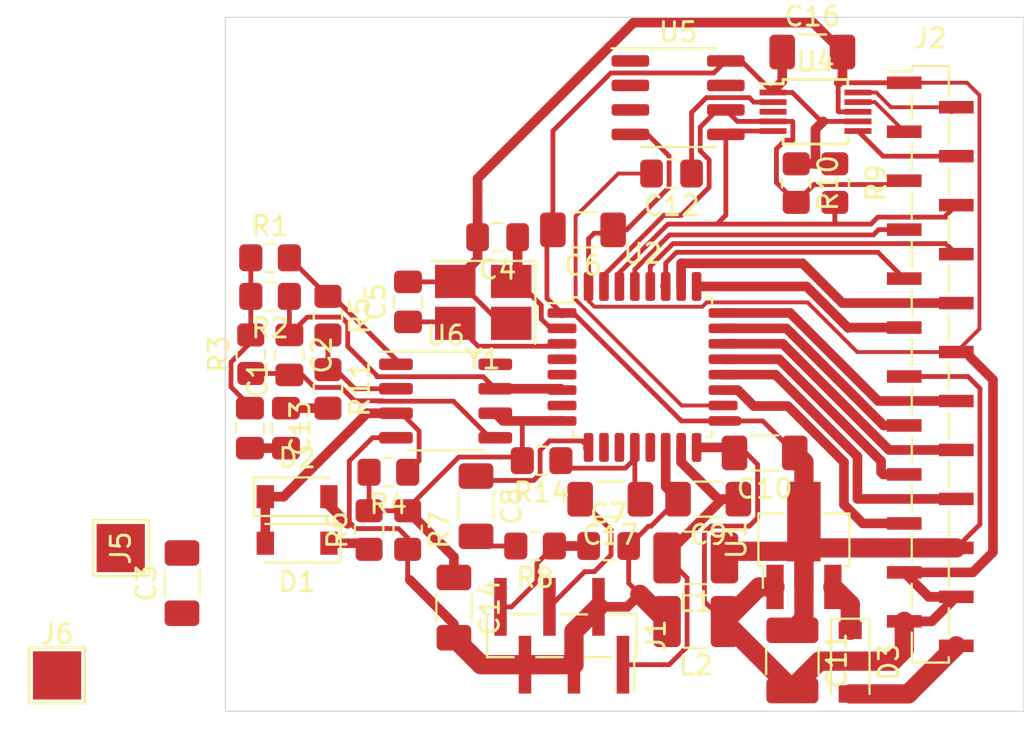
<source format=kicad_pcb>
(kicad_pcb (version 20211014) (generator pcbnew)

  (general
    (thickness 1.6)
  )

  (paper "A4")
  (layers
    (0 "F.Cu" signal)
    (31 "B.Cu" signal)
    (32 "B.Adhes" user "B.Adhesive")
    (33 "F.Adhes" user "F.Adhesive")
    (34 "B.Paste" user)
    (35 "F.Paste" user)
    (36 "B.SilkS" user "B.Silkscreen")
    (37 "F.SilkS" user "F.Silkscreen")
    (38 "B.Mask" user)
    (39 "F.Mask" user)
    (40 "Dwgs.User" user "User.Drawings")
    (41 "Cmts.User" user "User.Comments")
    (42 "Eco1.User" user "User.Eco1")
    (43 "Eco2.User" user "User.Eco2")
    (44 "Edge.Cuts" user)
    (45 "Margin" user)
    (46 "B.CrtYd" user "B.Courtyard")
    (47 "F.CrtYd" user "F.Courtyard")
    (48 "B.Fab" user)
    (49 "F.Fab" user)
  )

  (setup
    (stackup
      (layer "F.SilkS" (type "Top Silk Screen"))
      (layer "F.Paste" (type "Top Solder Paste"))
      (layer "F.Mask" (type "Top Solder Mask") (thickness 0.01))
      (layer "F.Cu" (type "copper") (thickness 0.035))
      (layer "dielectric 1" (type "core") (thickness 1.51) (material "FR4") (epsilon_r 4.5) (loss_tangent 0.02))
      (layer "B.Cu" (type "copper") (thickness 0.035))
      (layer "B.Mask" (type "Bottom Solder Mask") (thickness 0.01))
      (layer "B.Paste" (type "Bottom Solder Paste"))
      (layer "B.SilkS" (type "Bottom Silk Screen"))
      (copper_finish "None")
      (dielectric_constraints no)
    )
    (pad_to_mask_clearance 0)
    (pcbplotparams
      (layerselection 0x00010fc_ffffffff)
      (disableapertmacros false)
      (usegerberextensions false)
      (usegerberattributes true)
      (usegerberadvancedattributes true)
      (creategerberjobfile true)
      (svguseinch false)
      (svgprecision 6)
      (excludeedgelayer true)
      (plotframeref false)
      (viasonmask false)
      (mode 1)
      (useauxorigin false)
      (hpglpennumber 1)
      (hpglpenspeed 20)
      (hpglpendiameter 15.000000)
      (dxfpolygonmode true)
      (dxfimperialunits true)
      (dxfusepcbnewfont true)
      (psnegative false)
      (psa4output false)
      (plotreference true)
      (plotvalue true)
      (plotinvisibletext false)
      (sketchpadsonfab false)
      (subtractmaskfromsilk false)
      (outputformat 1)
      (mirror false)
      (drillshape 1)
      (scaleselection 1)
      (outputdirectory "")
    )
  )

  (net 0 "")
  (net 1 "Net-(C3-Pad2)")
  (net 2 "Net-(C2-Pad1)")
  (net 3 "GND")
  (net 4 "Net-(C4-Pad1)")
  (net 5 "Net-(C5-Pad1)")
  (net 6 "+3V3")
  (net 7 "Net-(C8-Pad2)")
  (net 8 "Net-(C8-Pad1)")
  (net 9 "Net-(C1-Pad1)")
  (net 10 "Net-(C2-Pad2)")
  (net 11 "Net-(C7-Pad1)")
  (net 12 "+12V")
  (net 13 "Net-(C12-Pad2)")
  (net 14 "Net-(C12-Pad1)")
  (net 15 "Net-(C3-Pad1)")
  (net 16 "Net-(C13-Pad1)")
  (net 17 "Net-(C14-Pad1)")
  (net 18 "Net-(R1-Pad2)")
  (net 19 "Net-(R11-Pad1)")
  (net 20 "GNDA")
  (net 21 "+3.3VA")
  (net 22 "Net-(C17-Pad2)")
  (net 23 "Net-(C17-Pad1)")
  (net 24 "unconnected-(U2-Pad4)")
  (net 25 "unconnected-(U2-Pad5)")
  (net 26 "unconnected-(U2-Pad7)")
  (net 27 "unconnected-(U2-Pad10)")
  (net 28 "unconnected-(U2-Pad11)")
  (net 29 "unconnected-(U2-Pad13)")
  (net 30 "unconnected-(U4-Pad3)")
  (net 31 "unconnected-(U5-Pad1)")
  (net 32 "unconnected-(U5-Pad2)")
  (net 33 "unconnected-(U5-Pad3)")
  (net 34 "unconnected-(U5-Pad7)")
  (net 35 "Net-(R9-Pad2)")
  (net 36 "Net-(R10-Pad2)")
  (net 37 "Net-(U2-Pad19)")
  (net 38 "Net-(U2-Pad20)")
  (net 39 "Net-(U2-Pad21)")
  (net 40 "Net-(U2-Pad22)")
  (net 41 "Net-(U2-Pad23)")
  (net 42 "Net-(U2-Pad24)")
  (net 43 "Net-(U2-Pad25)")
  (net 44 "Net-(U2-Pad26)")
  (net 45 "Net-(U2-Pad27)")
  (net 46 "Net-(U2-Pad28)")
  (net 47 "Net-(U2-Pad29)")
  (net 48 "Net-(U4-Pad6)")
  (net 49 "Net-(U4-Pad9)")
  (net 50 "Net-(U4-Pad10)")
  (net 51 "Net-(D3-Pad1)")

  (footprint "Capacitor_SMD:C_0805_2012Metric_Pad1.18x1.45mm_HandSolder" (layer "F.Cu") (at 112.1195 81.407 180))

  (footprint "Capacitor_SMD:C_0805_2012Metric_Pad1.18x1.45mm_HandSolder" (layer "F.Cu") (at 107.475 84.7625 90))

  (footprint "Capacitor_SMD:C_1206_3216Metric_Pad1.33x1.80mm_HandSolder" (layer "F.Cu") (at 116.5475 81.026 180))

  (footprint "Capacitor_SMD:C_1206_3216Metric_Pad1.33x1.80mm_HandSolder" (layer "F.Cu") (at 125.9625 92.6 180))

  (footprint "Resistor_SMD:R_0805_2012Metric_Pad1.20x1.40mm_HandSolder" (layer "F.Cu") (at 100.324 82.477))

  (footprint "Resistor_SMD:R_0805_2012Metric_Pad1.20x1.40mm_HandSolder" (layer "F.Cu") (at 100.324 84.477 180))

  (footprint "Resistor_SMD:R_0805_2012Metric_Pad1.20x1.40mm_HandSolder" (layer "F.Cu") (at 99.324 87.477 90))

  (footprint "Resistor_SMD:R_0805_2012Metric_Pad1.20x1.40mm_HandSolder" (layer "F.Cu") (at 107.457 96.6 -90))

  (footprint "Package_QFP:LQFP-32_7x7mm_P0.8mm" (layer "F.Cu") (at 119.634 88.138))

  (footprint "Capacitor_SMD:C_0805_2012Metric_Pad1.18x1.45mm_HandSolder" (layer "F.Cu") (at 117.8775 97.428))

  (footprint "Resistor_SMD:R_0805_2012Metric_Pad1.20x1.40mm_HandSolder" (layer "F.Cu") (at 114.062 97.428 180))

  (footprint "Capacitor_SMD:C_0805_2012Metric_Pad1.18x1.45mm_HandSolder" (layer "F.Cu") (at 99.279 91.313 -90))

  (footprint "Capacitor_SMD:C_0805_2012Metric_Pad1.18x1.45mm_HandSolder" (layer "F.Cu") (at 101.324 87.5145 -90))

  (footprint "Inductor_SMD:L_1210_3225Metric_Pad1.42x2.65mm_HandSolder" (layer "F.Cu") (at 122.3915 98.044 180))

  (footprint "Capacitor_SMD:C_1206_3216Metric_Pad1.33x1.80mm_HandSolder" (layer "F.Cu") (at 95.758 99.3525 90))

  (footprint "Capacitor_SMD:C_0805_2012Metric_Pad1.18x1.45mm_HandSolder" (layer "F.Cu") (at 101.148 91.313 -90))

  (footprint "Capacitor_SMD:C_1206_3216Metric_Pad1.33x1.80mm_HandSolder" (layer "F.Cu") (at 109.855 100.6225 -90))

  (footprint "Diode_SMD:D_SOD-123" (layer "F.Cu") (at 101.728 97.282 180))

  (footprint "Diode_SMD:D_SOD-123" (layer "F.Cu") (at 101.727 94.869))

  (footprint "TestPoint:TestPoint_Pad_2.5x2.5mm" (layer "F.Cu") (at 92.583 97.536 -90))

  (footprint "Resistor_SMD:R_0805_2012Metric_Pad1.20x1.40mm_HandSolder" (layer "F.Cu") (at 106.457 93.6 180))

  (footprint "Package_SO:SO-8_3.9x4.9mm_P1.27mm" (layer "F.Cu") (at 109.425 89.905))

  (footprint "TestPoint:TestPoint_Pad_2.5x2.5mm" (layer "F.Cu") (at 89.281 104.14))

  (footprint "Inductor_SMD:L_1210_3225Metric_Pad1.42x2.65mm_HandSolder" (layer "F.Cu") (at 122.3915 101.346 180))

  (footprint "Capacitor_SMD:C_1206_3216Metric_Pad1.33x1.80mm_HandSolder" (layer "F.Cu") (at 123.0375 94.996 180))

  (footprint "Capacitor_SMD:C_1210_3225Metric_Pad1.33x2.70mm_HandSolder" (layer "F.Cu") (at 127.4 103.3625 -90))

  (footprint "Connector_PinHeader_1.27mm:PinHeader_1x06_P1.27mm_Vertical_SMD_Pin1Right" (layer "F.Cu") (at 115.443 102.084 -90))

  (footprint "Capacitor_SMD:C_1206_3216Metric_Pad1.33x1.80mm_HandSolder" (layer "F.Cu") (at 111 95.3625 -90))

  (footprint "Diode_SMD:D_SOD-123" (layer "F.Cu") (at 130.4 103.45 -90))

  (footprint "Capacitor_SMD:C_1206_3216Metric_Pad1.33x1.80mm_HandSolder" (layer "F.Cu") (at 117.9625 95 180))

  (footprint "Resistor_SMD:R_0805_2012Metric_Pad1.20x1.40mm_HandSolder" (layer "F.Cu") (at 105.457 96.6 90))

  (footprint "Resistor_SMD:R_0805_2012Metric_Pad1.20x1.40mm_HandSolder" (layer "F.Cu") (at 114.4 93 180))

  (footprint "Resistor_SMD:R_0805_2012Metric_Pad1.20x1.40mm_HandSolder" (layer "F.Cu") (at 103.324 89.277 -90))

  (footprint "Resistor_SMD:R_0805_2012Metric_Pad1.20x1.40mm_HandSolder" (layer "F.Cu") (at 103.324 85.477 -90))

  (footprint "Resistor_SMD:R_0805_2012Metric_Pad1.20x1.40mm_HandSolder" (layer "F.Cu") (at 127.6 78.6 -90))

  (footprint "Capacitor_SMD:C_0805_2012Metric_Pad1.18x1.45mm_HandSolder" (layer "F.Cu") (at 121.1365 78.105 180))

  (footprint "Resistor_SMD:R_0805_2012Metric_Pad1.20x1.40mm_HandSolder" (layer "F.Cu") (at 129.6 78.6 -90))

  (footprint "Package_SO:SOIC-8_3.9x4.9mm_P1.27mm" (layer "F.Cu") (at 121.477 74.168))

  (footprint "Package_SO:MSOP-10_3x3mm_P0.5mm" (layer "F.Cu") (at 128.6 74.9))

  (footprint "Capacitor_SMD:C_1206_3216Metric_Pad1.33x1.80mm_HandSolder" (layer "F.Cu") (at 128.4375 71.8))

  (footprint "Crystal:Crystal_SMD_SeikoEpson_TSX3225-4Pin_3.2x2.5mm_HandSoldering" (layer "F.Cu") (at 111.375 84.7875 180))

  (footprint "Package_TO_SOT_SMD:SOT-89-3_Handsoldering" (layer "F.Cu") (at 128 97.4 90))

  (footprint "Connector_PinSocket_1.27mm:PinSocket_1x24_P1.27mm_Vertical_SMD_Pin1Left" (layer "F.Cu") (at 134.55 88))

  (gr_line (start 139.4 106) (end 98 106) (layer "Edge.Cuts") (width 0.05) (tstamp 165f4d8d-26a9-4cf2-a8d6-9936cd983be4))
  (gr_line (start 139.4 70) (end 139.4 106) (layer "Edge.Cuts") (width 0.05) (tstamp 7008b598-81b0-48d4-bf7e-761a5556dc54))
  (gr_line (start 98 106) (end 98 70) (layer "Edge.Cuts") (width 0.05) (tstamp 92a23ed4-a5ea-4cea-bc33-0a83191a0d32))
  (gr_line (start 139.4 70) (end 98 70) (layer "Edge.Cuts") (width 0.05) (tstamp d51ca788-433c-462b-af29-64a6c2e3da94))

  (segment (start 111.37499 88.64499) (end 112 89.27) (width 0.25) (layer "F.Cu") (net 2) (tstamp 082aed28-f9e8-49e7-96ee-b5aa9f0319c7))
  (segment (start 101.324 86.477) (end 101.324 84.477) (width 0.25) (layer "F.Cu") (net 2) (tstamp 10b20c6b-8045-46d1-a965-0d7dd9a1b5fa))
  (segment (start 104.34852 87.0745) (end 105.91901 88.64499) (width 0.25) (layer "F.Cu") (net 2) (tstamp 42c4dacf-8c6c-4b94-97ae-1e6735708d2b))
  (segment (start 101.324 86.477) (end 102.24901 85.55199) (width 0.25) (layer "F.Cu") (net 2) (tstamp 645bdbdc-8f65-42ef-a021-2d3e7d74a739))
  (segment (start 104.01218 85.55199) (end 104.34852 85.88833) (width 0.25) (layer "F.Cu") (net 2) (tstamp b591a178-4a62-4386-9950-91100215a6c1))
  (segment (start 104.34852 85.88833) (end 104.34852 87.0745) (width 0.25) (layer "F.Cu") (net 2) (tstamp eb8ddb29-1126-41e7-804c-925b126f620a))
  (segment (start 112 89.27) (end 115.391 89.27) (width 0.5) (layer "F.Cu") (net 2) (tstamp ef94502b-f22d-4da7-a17f-4100090b03a1))
  (segment (start 102.24901 85.55199) (end 104.01218 85.55199) (width 0.25) (layer "F.Cu") (net 2) (tstamp f503ea07-bcf1-4924-930a-6f7e9cd312f8))
  (segment (start 115.391 89.27) (end 115.459 89.338) (width 0.5) (layer "F.Cu") (net 2) (tstamp f6a3288e-9575-42bb-af05-a920d59aded8))
  (segment (start 105.85818 88.64499) (end 111.37499 88.64499) (width 0.25) (layer "F.Cu") (net 2) (tstamp fe6d9604-2924-4f38-950b-a31e8a281973))
  (segment (start 127.4 104.925) (end 127.4 104.8) (width 1) (layer "F.Cu") (net 3) (tstamp 004f7f66-8d9e-45f5-8c23-5987f2b4d9e0))
  (segment (start 130 73.200978) (end 129.805978 73.395) (width 0.5) (layer "F.Cu") (net 3) (tstamp 0ac0672b-4ab3-4db9-a4e8-a9989dc612dc))
  (segment (start 125.675 99.55) (end 123.879 101.346) (width 1) (layer "F.Cu") (net 3) (tstamp 121ee0bf-595e-4f3c-b289-ba39cb235853))
  (segment (start 125 92.6) (end 124.4 92.6) (width 0.25) (layer "F.Cu") (net 3) (tstamp 14c79143-404b-470f-9e77-f6cee9499293))
  (segment (start 125.17029 96.39399) (end 125.6 95.96428) (width 0.25) (layer "F.Cu") (net 3) (tstamp 16cf0e22-c6b2-45a4-beaa-5cff542bc08d))
  (segment (start 134.63 101.335) (end 135.9 100.065) (width 0.5) (layer "F.Cu") (net 3) (tstamp 1c613e75-d441-4534-be9b-f78daaca47cc))
  (segment (start 116.834 84.713) (end 116.834 83.963) (width 0.2) (layer "F.Cu") (net 3) (tstamp 1d0d5161-c82f-4c77-a9ca-15d017db65d3))
  (segment (start 137.099511 86.165489) (end 137.099511 74.040489) (width 0.2) (layer "F.Cu") (net 3) (tstamp 1e334373-b0f0-414a-bae1-5c4835f4213d))
  (segment (start 116.834 83.963) (end 116.834 81.491) (width 0.25) (layer "F.Cu") (net 3) (tstamp 255a8407-b331-4766-84fa-21e7843461cb))
  (segment (start 133.2 101.335) (end 134.63 101.335) (width 0.5) (layer "F.Cu") (net 3) (tstamp 2a8bcc21-7872-42d2-a11f-eb6968aafad5))
  (segment (start 122.735046 85.01301) (end 122.959575 84.788481) (width 0.2) (layer "F.Cu") (net 3) (tstamp 2ecb1308-c9e4-4df7-80a2-7a9c38528104))
  (segment (start 122.735046 85.01301) (end 117.13401 85.01301) (width 0.2) (layer "F.Cu") (net 3) (tstamp 2f0570b6-86da-47a8-9e56-ce60c431c534))
  (segment (start 109.902498 83.5) (end 112.077498 85.675) (width 0.25) (layer "F.Cu") (net 3) (tstamp 37657eee-b379-4145-b65d-79c82b53e49e))
  (segment (start 121.01102 77.19602) (end 119.888 76.073) (width 0.25) (layer "F.Cu") (net 3) (tstamp 3882174d-77e3-4c05-83c6-a3881922b1c6))
  (segment (start 129.805978 73.395) (end 129.775489 73.425489) (width 0.25) (layer "F.Cu") (net 3) (tstamp 4606e9df-3519-42e8-84a8-b29b9720bbf2))
  (segment (start 137.099511 74.040489) (end 136.454022 73.395) (width 0.2) (layer "F.Cu") (net 3) (tstamp 51b01900-5eee-4243-be46-3cd8cee84403))
  (segment (start 135.9 100.065) (end 134.47 100.065) (width 0.5) (layer "F.Cu") (net 3) (tstamp 52195bd3-f4a9-4b73-a9ad-ece21ffebc0b))
  (segment (start 134.47 100.065) (end 133.2 98.795) (width 0.5) (layer "F.Cu") (net 3) (tstamp 573b53cf-ed54-4e6b-b9de-8d34065d9a80))
  (segment (start 133.2 98.795) (end 136.754022 98.795) (width 0.5) (layer "F.Cu") (net 3) (tstamp 5e1b6105-4e80-4065-8c12-488156169455))
  (segment (start 124.113 92.313) (end 124.4 92.6) (width 0.5) (layer "F.Cu") (net 3) (tstamp 66d9bace-f3cf-4a95-b3af-7de36e53d8a0))
  (segment (start 122.434 92.313) (end 124.113 92.313) (width 0.5) (layer "F.Cu") (net 3) (tstamp 6b935ef5-ce74-45ab-a587-7af853653621))
  (segment (start 111.082 78.360151) (end 119.167631 70.27452) (width 0.5) (layer "F.Cu") (net 3) (tstamp 713e54e6-d96f-493d-9f50-73cf3a8e7774))
  (segment (start 116.834 81.491) (end 117.125 81.2) (width 0.25) (layer "F.Cu") (net 3) (tstamp 72066745-080d-45ea-8d9a-0f3c15f4c4fc))
  (segment (start 122.84149 100.30849) (end 123.879 101.346) (width 0.25) (layer "F.Cu") (net 3) (tstamp 72366acb-6c86-4134-89df-01ed6e4dc8e0))
  (segment (start 122.84149 96.73082) (end 122.84149 100.30849) (width 0.25) (layer "F.Cu") (net 3) (tstamp 7274c82d-0cb9-47de-b093-7d848f491410))
  (segment (start 125.6 95.96428) (end 125.6 93.2) (width 0.25) (layer "F.Cu") (net 3) (tstamp 75a97f43-6f80-4dbe-9aa5-53b49f5586eb))
  (segment (start 112.077498 85.675) (end 112.4 85.675) (width 0.25) (layer "F.Cu") (net 3) (tstamp 7668b629-abd6-4e14-be84-df90ae487fc6))
  (segment (start 111.082 81.407) (end 111.082 82.543) (width 0.5) (layer "F.Cu") (net 3) (tstamp 77442f00-05e5-406d-9fef-b9fcd2534214))
  (segment (start 111.082 82.543) (end 109.925 83.7) (width 0.5) (layer "F.Cu") (net 3) (tstamp 7dd240e5-e549-4edc-aa9a-5fa5b1ce8368))
  (segment (start 127.4 104.8) (end 128.8 103.4) (width 1) (layer "F.Cu") (net 3) (tstamp 7eb9e4a8-3c8a-4abb-8832-97e6ccb05650))
  (segment (start 122.959575 84.788481) (end 128.18897 84.788481) (width 0.2) (layer "F.Cu") (net 3) (tstamp 7f0cb5d8-d25c-4594-b267-6088f1810666))
  (segment (start 133.2 102.8) (end 133.2 101.335) (width 1) (layer "F.Cu") (net 3) (tstamp 82525b39-2422-4a1e-b7c3-a182d84052f2))
  (segment (start 128.8 103.4) (end 132.6 103.4) (width 1) (layer "F.Cu") (net 3) (tstamp 832dd176-e918-4687-bc50-d7e76b9c396f))
  (segment (start 125.6 93.2) (end 125 92.6) (width 0.25) (layer "F.Cu") (net 3) (tstamp 86c53dca-b13d-4b0f-9719-70b12b954d3c))
  (segment (start 119.888 76.073) (end 119.002 76.073) (width 0.25) (layer "F.Cu") (net 3) (tstamp 8a45ff39-b1ad-4bf3-ad61-b9e718d2317e))
  (segment (start 135.9 87.365) (end 137.099511 86.165489) (width 0.2) (layer "F.Cu") (net 3) (tstamp 8b42e0ce-aa9d-4210-8e5a-a30af42ee70c))
  (segment (start 117.936 81.2) (end 118.11 81.026) (width 0.25) (layer "F.Cu") (net 3) (tstamp 8bf5be39-9afa-4bc7-bf43-51c1906f9e12))
  (segment (start 128.18897 84.788481) (end 130.765489 87.365) (width 0.2) (layer "F.Cu") (net 3) (tstamp 95288cbd-e6bc-4523-ab3a-598cbd179e6a))
  (segment (start 127.4 104.925) (end 127.4 104.867) (width 1) (layer "F.Cu") (net 3) (tstamp 97c29742-534b-413f-b48a-2439263f0d9e))
  (segment (start 127.4 104.867) (end 123.879 101.346) (width 1) (layer "F.Cu") (net 3) (tstamp 986f81cd-d8a7-4a7d-abb1-007e2b1fe16d))
  (segment (start 129.800978 74.9) (end 130.8 74.9) (width 0.25) (layer "F.Cu") (net 3) (tstamp 996308a4-8c2c-4430-b737-9d9ad396fa27))
  (segment (start 126.5 99.55) (end 125.675 99.55) (width 1) (layer "F.Cu") (net 3) (tstamp 9f81111c-ab12-43a0-ad90-79af99258d99))
  (segment (start 130.765489 87.365) (end 135.9 87.365) (width 0.2) (layer "F.Cu") (net 3) (tstamp a208b3da-58df-43fb-aa76-20dc6bb1f043))
  (segment (start 137.8 97.749022) (end 137.8 88.8) (width 0.5) (layer "F.Cu") (net 3) (tstamp a3219a68-db16-45c8-8a0d-6e5742fbe878))
  (segment (start 121.01102 78.817973) (end 121.01102 77.19602) (width 0.25) (layer "F.Cu") (net 3) (tstamp aa8ff739-1412-4965-9387-e4f99ace0838))
  (segment (start 109.4155 83.82) (end 109.4315 83.804) (width 0.5) (layer "F.Cu") (net 3) (tstamp b1ba92d5-0d41-4be9-b483-47d08dc1785d))
  (segment (start 123.17832 96.39399) (end 122.84149 96.73082) (width 0.25) (layer "F.Cu") (net 3) (tstamp b66b83a0-313f-4b03-b851-c6e9577a6eb7))
  (segment (start 129.775489 73.425489) (end 129.775489 74.874511) (width 0.25) (layer "F.Cu") (net 3) (tstamp b9e3a516-6778-414c-918d-583f114cbe6c))
  (segment (start 128.47452 70.27452) (end 130 71.8) (width 0.5) (layer "F.Cu") (net 3) (tstamp bc19a75c-805f-4a5a-a537-e8404b2b3034))
  (segment (start 133.2 73.395) (end 129.805978 73.395) (width 0.25) (layer "F.Cu") (net 3) (tstamp c8067d28-a53e-47be-b1cc-2d2d08dace4d))
  (segment (start 118.802993 81.026) (end 121.01102 78.817973) (width 0.25) (layer "F.Cu") (net 3) (tstamp d3e6ecfe-eead-49df-a841-63d720e0a645))
  (segment (start 125.17029 96.39399) (end 123.17832 96.39399) (width 0.25) (layer "F.Cu") (net 3) (tstamp dad2f9a9-292b-4f7e-9524-a263f3c1ba74))
  (segment (start 111.082 81.407) (end 111.082 78.360151) (width 0.5) (layer "F.Cu") (net 3) (tstamp db9bc950-5aad-49cd-ae6f-fab10d56b81b))
  (segment (start 136.454022 73.395) (end 133.2 73.395) (width 0.2) (layer "F.Cu") (net 3) (tstamp dc7c6b68-5f7e-40ba-8242-ec09e2e25ae4))
  (segment (start 109.9 83.725) (end 109.925 83.7) (width 0.25) (layer "F.Cu") (net 3) (tstamp e0b0947e-ec91-4d8a-8663-5a112b0a8541))
  (segment (start 119.167631 70.27452) (end 128.47452 70.27452) (width 0.5) (layer "F.Cu") (net 3) (tstamp e7d7d974-6a17-4028-b531-5f3aebff925f))
  (segment (start 137.8 88.8) (end 136.6 87.6) (width 0.5) (layer "F.Cu") (net 3) (tstamp eb9507f1-8631-441b-8f42-b0897fc8cde9))
  (segment (start 117.125 81.2) (end 117.936 81.2) (width 0.25) (layer "F.Cu") (net 3) (tstamp f13a1934-1f34-4dff-a9e0-9096c28e28dd))
  (segment (start 129.775489 74.874511) (end 129.800978 74.9) (width 0.25) (layer "F.Cu") (net 3) (tstamp f2dc4140-e59a-4983-8c9a-382268db62db))
  (segment (start 117.13401 85.01301) (end 116.834 84.713) (width 0.2) (layer "F.Cu") (net 3) (tstamp f4117d3e-819d-4d33-bf85-69e28ba32fe5))
  (segment (start 130 71.8) (end 130 73.200978) (width 0.5) (layer "F.Cu") (net 3) (tstamp fa352e6b-f680-4992-b0af-9889daf5714c))
  (segment (start 118.11 81.026) (end 118.802993 81.026) (width 0.25) (layer "F.Cu") (net 3) (tstamp fa567e57-e011-4230-a942-e63a5ca0b1a9))
  (segment (start 132.6 103.4) (end 133.2 102.8) (width 1) (layer "F.Cu") (net 3) (tstamp fc7000a3-4056-4e15-b2a3-3070a63e2b45))
  (segment (start 107.475 83.725) (end 109.9 83.725) (width 0.25) (layer "F.Cu") (net 3) (tstamp fd29cce5-2d5d-4676-956a-df49a3c13d23))
  (segment (start 136.754022 98.795) (end 137.8 97.749022) (width 0.5) (layer "F.Cu") (net 3) (tstamp ff61895d-0ead-485c-8bf8-9836903c14d0))
  (segment (start 112.825 83.7) (end 113.147502 83.7) (width 0.25) (layer "F.Cu") (net 4) (tstamp 0a1d0cbe-85ab-4f0f-b3b1-fcef21dfb600))
  (segment (start 113.157 81.407) (end 113.157 83.368) (width 0.5) (layer "F.Cu") (net 4) (tstamp 89b8dd9b-eda2-46bb-8d7a-77ec6a3915b8))
  (segment (start 113.157 83.368) (end 112.825 83.7) (width 0.5) (layer "F.Cu") (net 4) (tstamp b0d97514-e364-4e3d-a89c-79671afad3d2))
  (segment (start 114.872588 86.138) (end 115.459 86.138) (width 0.25) (layer "F.Cu") (net 4) (tstamp bb5d2eae-a96e-45dd-89aa-125fe22cc2fa))
  (segment (start 114.38399 84.936488) (end 114.38399 85.649402) (width 0.25) (layer "F.Cu") (net 4) (tstamp c37d3f0c-41ec-4928-8869-febc821c6326))
  (segment (start 113.147502 83.7) (end 114.38399 84.936488) (width 0.25) (layer "F.Cu") (net 4) (tstamp ea77ba09-319a-49bd-ad5b-49f4c76f232c))
  (segment (start 114.38399 85.649402) (end 114.872588 86.138) (width 0.25) (layer "F.Cu") (net 4) (tstamp facb0614-068b-4c9c-a466-d374df96a94c))
  (segment (start 107.475 85.8) (end 109.85 85.8) (width 0.25) (layer "F.Cu") (net 5) (tstamp 0a5610bb-d01a-4417-8271-dc424dd2c838))
  (segment (start 111.112501 87.062501) (end 115.334499 87.062501) (width 0.25) (layer "F.Cu") (net 5) (tstamp 1cb64bfe-d819-47e3-be11-515b04f2c451))
  (segment (start 109.925 85.875) (end 111.112501 87.062501) (width 0.25) (layer "F.Cu") (net 5) (tstamp 9f4abbc0-6ac3-48f0-b823-2c1c19349540))
  (segment (start 115.334499 87.062501) (end 115.459 86.938) (width 0.25) (layer "F.Cu") (net 5) (tstamp ae158d42-76cc-4911-a621-4cc28931c98b))
  (segment (start 109.85 85.8) (end 109.925 85.875) (width 0.25) (layer "F.Cu") (net 5) (tstamp d5f4d798-57d3-493b-b57c-3b6e89508879))
  (segment (start 128.6 75.8) (end 129 75.4) (width 0.5) (layer "F.Cu") (net 6) (tstamp 030df050-718b-4107-98f0-83ec8c15bc0f))
  (segment (start 136.504022 88.635) (end 137.124511 89.255489) (width 0.25) (layer "F.Cu") (net 6) (tstamp 28149cac-3df8-4095-9889-31025383d3ac))
  (segment (start 115.459 85.338) (end 116.045412 85.338) (width 0.25) (layer "F.Cu") (net 6) (tstamp 2ba25c40-ea42-478e-9150-1d94fa1c8ae9))
  (segment (start 128.6 77.6) (end 128.6 75.8) (width 0.5) (layer "F.Cu") (net 6) (tstamp 30c37b6b-3398-4181-bb87-aec5c79aa567))
  (segment (start 124.763 72.263) (end 126.4 73.9) (width 0.25) (layer "F.Cu") (net 6) (tstamp 319555c6-32ea-434b-aeb8-0e8179151869))
  (segment (start 114.985 81.026) (end 114.985 75.896) (width 0.25) (layer "F.Cu") (net 6) (tstamp 444c8676-8f9d-4908-bcc9-7fcff1910f89))
  (segment (start 128 101.2) (end 128 99.4625) (width 1) (layer "F.Cu") (net 6) (tstamp 446bd077-82b7-4d9d-bcaf-731fd8f21e40))
  (segment (start 128 93.075) (end 127.525 92.6) (width 1) (layer "F.Cu") (net 6) (tstamp 46046ae0-78a1-4da1-9cd5-cd16d9d3f865))
  (segment (start 137.124511 96.300489) (end 135.9 97.525) (width 0.25) (layer "F.Cu") (net 6) (tstamp 4ca5c387-5663-44a9-b5c7-7f6203f79126))
  (segment (start 128.6 77.6) (end 129.6 77.6) (width 0.5) (layer "F.Cu") (net 6) (tstamp 50beddd7-c5f1-4b90-9fb0-bbd378e5f759))
  (segment (start 121.645412 90.938) (end 123.809 90.938) (width 0.25) (layer "F.Cu") (net 6) (tstamp 5a33f5a4-a470-4c04-9e2d-532b5f01a5d6))
  (segment (start 115.459 85.338) (end 115.459 85.359) (width 0.5) (layer "F.Cu") (net 6) (tstamp 6133fb54-5524-482e-9ae2-adbf29aced9e))
  (segment (start 127.6 77.6) (end 128.6 77.6) (width 0.5) (layer "F.Cu") (net 6) (tstamp 6199d9c1-90b3-43ac-aba6-2df0bf1ab566))
  (segment (start 128.525978 97.525) (end 135.9 97.525) (width 1) (layer "F.Cu") (net 6) (tstamp 724c1a1a-09e5-42c2-b7b6-0b379737130a))
  (segment (start 127.649511 97.700489) (end 128 98.050978) (width 1) (layer "F.Cu") (net 6) (tstamp 769ca8a5-1e22-462a-a978-083ecf367f99))
  (segment (start 130.8 75.4) (end 129 75.4) (width 0.25) (layer "F.Cu") (net 6) (tstamp 804afb51-5a04-45b0-a137-c54a09504f54))
  (segment (start 114.985 75.896) (end 117.99348 72.88752) (width 0.25) (layer "F.Cu") (net 6) (tstamp 82bf2f93-2bd7-4c8e-bec0-952429a0af87))
  (segment (start 126.875 73.325489) (end 126.4 73.800489) (width 0.5) (layer "F.Cu") (net 6) (tstamp 88280123-54fa-46b3-a789-ba6d0fcb544d))
  (segment (start 127.4 101.8) (end 128 101.2) (width 1) (layer "F.Cu") (net 6) (tstamp 8b0aacd6-e17c-4af4-a01d-b86a08b9956c))
  (segment (start 114.675 84.577646) (end 114.675 81.875) (width 0.25) (layer "F.Cu") (net 6) (tstamp 909707a4-7f94-4d27-aa97-f0050c79a4cc))
  (segment (start 137.124511 89.255489) (end 137.124511 96.300489) (width 0.25) (layer "F.Cu") (net 6) (tstamp a1f51765-9408-4e62-9c7e-f1ba302c2226))
  (segment (start 117.99348 72.88752) (end 123.32748 72.88752) (width 0.25) (layer "F.Cu") (net 6) (tstamp a59192a0-9f7a-4f6b-ac44-c97f52cc2ed6))
  (segment (start 116.045412 85.338) (end 121.645412 90.938) (width 0.25) (layer "F.Cu") (net 6) (tstamp acb6c3f3-e677-4f35-9fc2-138ba10f33af))
  (segment (start 126.875 71.8) (end 126.875 73.325489) (width 0.5) (layer "F.Cu") (net 6) (tstamp afd506d7-edfe-49a2-a48a-2d19bf8e686d))
  (segment (start 128.899022 75.4) (end 127.399022 73.9) (width 0.25) (layer "F.Cu") (net 6) (tstamp b10a9f8e-4d37-49e3-bac3-1deccafc7947))
  (segment (start 115.435354 85.338) (end 115.459 85.338) (width 0.25) (layer "F.Cu") (net 6) (tstamp b7ac5cea-ed28-4028-87d0-45e58c709cf1))
  (segment (start 128 99.4625) (end 128 98.050978) (width 1) (layer "F.Cu") (net 6) (tstamp b9635eb4-26a0-4b21-a721-06f05a42a2d2))
  (segment (start 123.952 72.263) (end 124.763 72.263) (width 0.25) (layer "F.Cu") (net 6) (tstamp ba843630-d8c3-48ec-9eae-20d884914988))
  (segment (start 114.675 84.577646) (end 115.435354 85.338) (width 0.25) (layer "F.Cu") (net 6) (tstamp bf8d857b-70bf-41ee-a068-5771461e04e9))
  (segment (start 123.32748 72.88752) (end 123.952 72.263) (width 0.25) (layer "F.Cu") (net 6) (tstamp c3365b93-484a-4d2a-b2e8-8fa423836d40))
  (segment (start 133.2 88.635) (end 136.504022 88.635) (width 0.25) (layer "F.Cu") (net 6) (tstamp c7d40d82-8368-4f61-abe0-a1351d61f505))
  (segment (start 128 98.050978) (end 128.525978 97.525) (width 1) (layer "F.Cu") (net 6) (tstamp cb16887e-8133-494e-9058-ab3303243bb0))
  (segment (start 123.879 98.044) (end 124.222511 97.700489) (width 1) (layer "F.Cu") (net 6) (tstamp cd068f1e-a9ed-4e98-9110-b1be06fcfd59))
  (segment (start 123.809 90.938) (end 125.863 90.938) (width 0.25) (layer "F.Cu") (net 6) (tstamp cd936aee-7fa6-4fa8-8404-f3cabbcc96c2))
  (segment (start 128 99.4625) (end 128 93.075) (width 1) (layer "F.Cu") (net 6) (tstamp cdd70062-2c13-44c3-b796-870b8dbff6a5))
  (segment (start 129 75.4) (end 128.899022 75.4) (width 0.25) (layer "F.Cu") (net 6) (tstamp d31e3625-6939-4d3f-96ef-54261ce570c0))
  (segment (start 123.809 90.938) (end 124.538 90.938) (width 0.5) (layer "F.Cu") (net 6) (tstamp e4504518-96e7-4c9e-8457-7273f5a490f1))
  (segment (start 127.399022 73.9) (end 126.4 73.9) (width 0.25) (layer "F.Cu") (net 6) (tstamp e6f7a5aa-ccfa-400a-b766-64419bf40a04))
  (segment (start 124.222511 97.700489) (end 127.649511 97.700489) (width 1) (layer "F.Cu") (net 6) (tstamp eafef704-c9a1-4145-b6d1-e2a45b7add49))
  (segment (start 125.863 90.938) (end 127.525 92.6) (width 0.25) (layer "F.Cu") (net 6) (tstamp ffb9ed73-95fc-46d4-9295-831b10fcc6d2))
  (segment (start 113.207 97.283) (end 113.062 97.428) (width 0.5) (layer "F.Cu") (net 7) (tstamp 18d3014d-7089-41b5-ab03-53cc0a265580))
  (segment (start 113.062 97.428) (end 111.503 97.428) (width 0.25) (layer "F.Cu") (net 7) (tstamp 3f96e159-1f3b-4ee7-a46e-e60d78f2137a))
  (segment (start 111.503 97.428) (end 111 96.925) (width 0.25) (layer "F.Cu") (net 7) (tstamp 662bafcb-dcfb-4471-a8a9-f5c777fdf249))
  (segment (start 111.22501 94.02501) (end 111 93.8) (width 0.25) (layer "F.Cu") (net 8) (tstamp 0e0f9829-27a5-43b2-a0ae-121d3ce72ef4))
  (segment (start 116.834 92.313) (end 116.49599 91.97499) (width 0.25) (layer "F.Cu") (net 8) (tstamp 34a11a07-8b7f-45d2-96e3-89fd43e62756))
  (segment (start 114.32501 92.4618) (end 114.32501 93.68818) (width 0.25) (layer "F.Cu") (net 8) (tstamp 3579cf2f-29b0-46b6-a07d-483fb5586322))
  (segment (start 113.98818 94.02501) (end 111.22501 94.02501) (width 0.25) (layer "F.Cu") (net 8) (tstamp 3934b2e9-06c8-499c-a6df-4d7b35cfb894))
  (segment (start 116.49599 91.97499) (end 114.81182 91.97499) (width 0.25) (layer "F.Cu") (net 8) (tstamp 41b4f8c6-4973-4fc7-9118-d582bc7f31e7))
  (segment (start 114.32501 93.68818) (end 113.98818 94.02501) (width 0.25) (layer "F.Cu") (net 8) (tstamp 73f40fda-e6eb-4f93-9482-56cf47d84a87))
  (segment (start 116.8 92.347) (end 116.834 92.313) (width 0.5) (layer "F.Cu") (net 8) (tstamp 77aa6db5-9b8d-4983-b88e-30fe5af25975))
  (segment (start 114.81182 91.97499) (end 114.32501 92.4618) (width 0.25) (layer "F.Cu") (net 8) (tstamp ef51df0d-fc2c-482b-a0e5-e49bae94f31f))
  (segment (start 99.324 86.477) (end 99.324 84.477) (width 0.25) (layer "F.Cu") (net 9) (tstamp 47993d80-a37e-426e-90c9-fd54b49ed166))
  (segment (start 99.324 86.477) (end 99.324 86.864507) (width 0.25) (layer "F.Cu") (net 9) (tstamp 4fa7a9f5-d47f-410b-a949-290f3af888ed))
  (segment (start 99.2865 82.4395) (end 99.324 82.477) (width 0.25) (layer "F.Cu") (net 9) (tstamp 54093c93-5e7e-4c8d-8d94-40c077747c12))
  (segment (start 98.29948 87.889027) (end 98.29948 89.17848) (width 0.25) (layer "F.Cu") (net 9) (tstamp 8173dd2f-26f9-4bc2-9ac5-fa6c09332c8e))
  (segment (start 98.29948 89.17848) (end 99.519 90.398) (width 0.25) (layer "F.Cu") (net 9) (tstamp a4ef0af9-d50d-43ac-b18c-989402b69985))
  (segment (start 99.324 86.864507) (end 98.29948 87.889027) (width 0.25) (layer "F.Cu") (net 9) (tstamp fa625309-859e-4dfb-9223-d759c2eeb4b3))
  (segment (start 99.324 82.477) (end 99.324 84.477) (width 0.25) (layer "F.Cu") (net 9) (tstamp fb9a832c-737d-49fb-bbb4-29a0ba3e8178))
  (segment (start 109.828222 89.91499) (end 111.723232 91.81) (width 0.25) (layer "F.Cu") (net 10) (tstamp 2026567f-be64-41dd-8011-b0897ba0ff2e))
  (segment (start 101.324 88.552) (end 101.98581 88.552) (width 0.25) (layer "F.Cu") (net 10) (tstamp 49d97c73-e37a-4154-9d0a-88037e40cc11))
  (segment (start 104.01218 89.20201) (end 104.70469 89.89452) (width 0.25) (layer "F.Cu") (net 10) (tstamp 69eaacae-f6d9-4033-9e62-aff2d378c9ca))
  (segment (start 111.723232 91.81) (end 112 91.81) (width 0.25) (layer "F.Cu") (net 10) (tstamp 77ef8901-6325-4427-901a-4acd9074dd7b))
  (segment (start 104.70469 89.89452) (end 106.172 89.89452) (width 0.25) (layer "F.Cu") (net 10) (tstamp 798fd1f7-5caa-40fa-b3a6-d1d4803d73e2))
  (segment (start 99.324 88.477) (end 101.249 88.477) (width 0.25) (layer "F.Cu") (net 10) (tstamp 88a17e56-466a-45e7-9047-7346a507f505))
  (segment (start 101.98581 88.552) (end 102.63582 89.20201) (width 0.25) (layer "F.Cu") (net 10) (tstamp 9505be36-b21c-4db8-9484-dd0861395d26))
  (segment (start 105.928242 89.91499) (end 109.828222 89.91499) (width 0.25) (layer "F.Cu") (net 10) (tstamp 981ff4de-0330-4757-b746-0cb983df5e7c))
  (segment (start 101.249 88.477) (end 101.324 88.552) (width 0.25) (layer "F.Cu") (net 10) (tstamp acf5d924-0760-425a-996c-c1d965700be8))
  (segment (start 102.63582 89.20201) (end 104.01218 89.20201) (width 0.25) (layer "F.Cu") (net 10) (tstamp ea4f0afc-785b-40cf-8ef1-cbe20404c18b))
  (segment (start 114.157999 98.332001) (end 115.062 97.428) (width 0.25) (layer "F.Cu") (net 11) (tstamp 3656bb3f-f8a4-4f3a-8e9a-ec6203c87a56))
  (segment (start 112.268 100.584) (end 112.843 100.584) (width 0.25) (layer "F.Cu") (net 11) (tstamp 3c646c61-400f-4f60-98b8-05ed5e632a3f))
  (segment (start 115.062 97.428) (end 116.84 97.428) (width 0.5) (layer "F.Cu") (net 11) (tstamp 961b4579-9ee8-407a-89a7-81f36f1ad865))
  (segment (start 112.843 100.584) (end 114.157999 99.269001) (width 0.25) (layer "F.Cu") (net 11) (tstamp d70d1cd3-1668-4688-8eb7-f773efb7bb87))
  (segment (start 114.157999 99.269001) (end 114.157999 98.332001) (width 0.25) (layer "F.Cu") (net 11) (tstamp eb6a726e-fed9-4891-95fa-b4d4a5f77b35))
  (segment (start 133.405 105.1) (end 135.9 102.605) (width 1) (layer "F.Cu") (net 12) (tstamp 8c9c65b6-acbf-4b66-a48c-c00ddba4db47))
  (segment (start 130.4 105.1) (end 133.405 105.1) (width 1) (layer "F.Cu") (net 12) (tstamp f24c9255-05c4-4d81-b816-8742401dd4e6))
  (segment (start 121.657944 90.138) (end 123.809 90.138) (width 0.2) (layer "F.Cu") (net 13) (tstamp 3f1ab70d-3263-42b5-9c61-0360188ff2b7))
  (segment (start 116.16298 80.322382) (end 116.16298 84.642341) (width 0.2) (layer "F.Cu") (net 13) (tstamp 507251f7-a463-44e9-8bd7-1c0dee426243))
  (segment (start 116.16298 80.322382) (end 118.380362 78.105) (width 0.2) (layer "F.Cu") (net 13) (tstamp b02659bd-eee0-4980-bb84-095de8241207))
  (segment (start 118.380362 78.105) (end 120.099 78.105) (width 0.2) (layer "F.Cu") (net 13) (tstamp c4474d81-6714-4af2-9ab9-b0178133e31f))
  (segment (start 121.658639 90.138) (end 121.938 90.138) (width 0.2) (layer "F.Cu") (net 13) (tstamp da3c4dcc-9198-4511-873f-94a2d0f76edb))
  (segment (start 116.16298 84.642341) (end 121.658639 90.138) (width 0.2) (layer "F.Cu") (net 13) (tstamp f27510f9-3022-450a-8648-e6a7be7d0a23))
  (segment (start 122.174 74.934928) (end 122.940928 74.168) (width 0.25) (layer "F.Cu") (net 14) (tstamp 0fee2550-c447-4215-90ce-4fa7a4ed9cf8))
  (segment (start 125.400978 74.4) (end 126.4 74.4) (width 0.25) (layer "F.Cu") (net 14) (tstamp 60f9f37d-78a4-4b12-aac7-bc3a161fd36d))
  (segment (start 122.174 78.105) (end 122.174 74.934928) (width 0.25) (layer "F.Cu") (net 14) (tstamp bd0795ce-ec9c-43bf-b0f1-3f484ea007c5))
  (segment (start 125.168978 74.168) (end 125.400978 74.4) (width 0.25) (layer "F.Cu") (net 14) (tstamp d1a9c1f5-5e15-4e03-923a-20841ce93513))
  (segment (start 122.940928 74.168) (end 125.168978 74.168) (width 0.25) (layer "F.Cu") (net 14) (tstamp f3ac5e65-db19-4f93-947e-99e76be0ebcc))
  (segment (start 108.04952 93.00748) (end 107.457 93.6) (width 0.25) (layer "F.Cu") (net 15) (tstamp 27e365cb-e956-4201-a3cf-6d8d07b2c4d7))
  (segment (start 106.85 90.54) (end 106.573928 90.54) (width 0.25) (layer "F.Cu") (net 15) (tstamp 292a350c-40d6-4496-8018-46193923527c))
  (segment (start 100.078 94.87) (end 100.077 94.869) (width 0.5) (layer "F.Cu") (net 15) (tstamp 32c997ea-c746-48c1-81bd-8c81125a74ca))
  (segm
... [26156 chars truncated]
</source>
